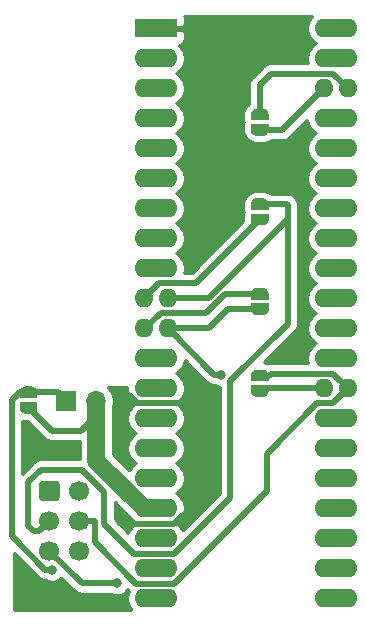
<source format=gbr>
G04 #@! TF.GenerationSoftware,KiCad,Pcbnew,5.1.5+dfsg1-2build2*
G04 #@! TF.CreationDate,2022-03-13T21:19:34-04:00*
G04 #@! TF.ProjectId,vdg_breakout,7664675f-6272-4656-916b-6f75742e6b69,rev?*
G04 #@! TF.SameCoordinates,Original*
G04 #@! TF.FileFunction,Copper,L2,Bot*
G04 #@! TF.FilePolarity,Positive*
%FSLAX46Y46*%
G04 Gerber Fmt 4.6, Leading zero omitted, Abs format (unit mm)*
G04 Created by KiCad (PCBNEW 5.1.5+dfsg1-2build2) date 2022-03-13 21:19:34*
%MOMM*%
%LPD*%
G04 APERTURE LIST*
%ADD10R,1.600000X1.600000*%
%ADD11O,1.600000X1.600000*%
%ADD12C,0.100000*%
%ADD13C,1.700000*%
%ADD14R,1.700000X1.700000*%
%ADD15O,1.700000X1.700000*%
%ADD16C,0.800000*%
%ADD17C,1.500000*%
%ADD18C,0.500000*%
%ADD19C,0.254000*%
G04 APERTURE END LIST*
D10*
X125000001Y-60625001D03*
D11*
X140240001Y-108885001D03*
X125000001Y-63165001D03*
X140240001Y-106345001D03*
X125000001Y-65705001D03*
X140240001Y-103805001D03*
X125000001Y-68245001D03*
X140240001Y-101265001D03*
X125000001Y-70785001D03*
X140240001Y-98725001D03*
X125000001Y-73325001D03*
X140240001Y-96185001D03*
X125000001Y-75865001D03*
X140240001Y-93645001D03*
X125000001Y-78405001D03*
X140240001Y-91105001D03*
X125000001Y-80945001D03*
X140240001Y-88565001D03*
X125000001Y-83485001D03*
X140240001Y-86025001D03*
X125000001Y-86025001D03*
X140240001Y-83485001D03*
X125000001Y-88565001D03*
X140240001Y-80945001D03*
X125000001Y-91105001D03*
X140240001Y-78405001D03*
X125000001Y-93645001D03*
X140240001Y-75865001D03*
X125000001Y-96185001D03*
X140240001Y-73325001D03*
X125000001Y-98725001D03*
X140240001Y-70785001D03*
X125000001Y-101265001D03*
X140240001Y-68245001D03*
X125000001Y-103805001D03*
X140240001Y-65705001D03*
X125000001Y-106345001D03*
X140240001Y-63165001D03*
X125000001Y-108885001D03*
X140240001Y-60625001D03*
X138215000Y-60625001D03*
X122975000Y-108885001D03*
X138215000Y-63165001D03*
X122975000Y-106345001D03*
X138215000Y-65705001D03*
X122975000Y-103805001D03*
X138215000Y-68245001D03*
X122975000Y-101265001D03*
X138215000Y-70785001D03*
X122975000Y-98725001D03*
X138215000Y-73325001D03*
X122975000Y-96185001D03*
X138215000Y-75865001D03*
X122975000Y-93645001D03*
X138215000Y-78405001D03*
X122975000Y-91105001D03*
X138215000Y-80945001D03*
X122975000Y-88565001D03*
X138215000Y-83485001D03*
X122975000Y-86025001D03*
X138215000Y-86025001D03*
X122975000Y-83485001D03*
X138215000Y-88565001D03*
X122975000Y-80945001D03*
X138215000Y-91105001D03*
X122975000Y-78405001D03*
X138215000Y-93645001D03*
X122975000Y-75865001D03*
X138215000Y-96185001D03*
X122975000Y-73325001D03*
X138215000Y-98725001D03*
X122975000Y-70785001D03*
X138215000Y-101265001D03*
X122975000Y-68245001D03*
X138215000Y-103805001D03*
X122975000Y-65705001D03*
X138215000Y-106345001D03*
X122975000Y-63165001D03*
X138215000Y-108885001D03*
D10*
X122975000Y-60625001D03*
G04 #@! TA.AperFunction,ComponentPad*
D12*
G36*
X115599504Y-98951204D02*
G01*
X115623773Y-98954804D01*
X115647571Y-98960765D01*
X115670671Y-98969030D01*
X115692849Y-98979520D01*
X115713893Y-98992133D01*
X115733598Y-99006747D01*
X115751777Y-99023223D01*
X115768253Y-99041402D01*
X115782867Y-99061107D01*
X115795480Y-99082151D01*
X115805970Y-99104329D01*
X115814235Y-99127429D01*
X115820196Y-99151227D01*
X115823796Y-99175496D01*
X115825000Y-99200000D01*
X115825000Y-100400000D01*
X115823796Y-100424504D01*
X115820196Y-100448773D01*
X115814235Y-100472571D01*
X115805970Y-100495671D01*
X115795480Y-100517849D01*
X115782867Y-100538893D01*
X115768253Y-100558598D01*
X115751777Y-100576777D01*
X115733598Y-100593253D01*
X115713893Y-100607867D01*
X115692849Y-100620480D01*
X115670671Y-100630970D01*
X115647571Y-100639235D01*
X115623773Y-100645196D01*
X115599504Y-100648796D01*
X115575000Y-100650000D01*
X114375000Y-100650000D01*
X114350496Y-100648796D01*
X114326227Y-100645196D01*
X114302429Y-100639235D01*
X114279329Y-100630970D01*
X114257151Y-100620480D01*
X114236107Y-100607867D01*
X114216402Y-100593253D01*
X114198223Y-100576777D01*
X114181747Y-100558598D01*
X114167133Y-100538893D01*
X114154520Y-100517849D01*
X114144030Y-100495671D01*
X114135765Y-100472571D01*
X114129804Y-100448773D01*
X114126204Y-100424504D01*
X114125000Y-100400000D01*
X114125000Y-99200000D01*
X114126204Y-99175496D01*
X114129804Y-99151227D01*
X114135765Y-99127429D01*
X114144030Y-99104329D01*
X114154520Y-99082151D01*
X114167133Y-99061107D01*
X114181747Y-99041402D01*
X114198223Y-99023223D01*
X114216402Y-99006747D01*
X114236107Y-98992133D01*
X114257151Y-98979520D01*
X114279329Y-98969030D01*
X114302429Y-98960765D01*
X114326227Y-98954804D01*
X114350496Y-98951204D01*
X114375000Y-98950000D01*
X115575000Y-98950000D01*
X115599504Y-98951204D01*
G37*
G04 #@! TD.AperFunction*
D13*
X114975000Y-102340000D03*
X114975000Y-104880000D03*
X117515000Y-99800000D03*
X117515000Y-102340000D03*
X117515000Y-104880000D03*
G04 #@! TA.AperFunction,SMDPad,CuDef*
D12*
G36*
X113950000Y-92250000D02*
G01*
X113950000Y-92750000D01*
X113949398Y-92750000D01*
X113949398Y-92774534D01*
X113944588Y-92823365D01*
X113935016Y-92871490D01*
X113920772Y-92918445D01*
X113901995Y-92963778D01*
X113878864Y-93007051D01*
X113851604Y-93047850D01*
X113820476Y-93085779D01*
X113785779Y-93120476D01*
X113747850Y-93151604D01*
X113707051Y-93178864D01*
X113663778Y-93201995D01*
X113618445Y-93220772D01*
X113571490Y-93235016D01*
X113523365Y-93244588D01*
X113474534Y-93249398D01*
X113450000Y-93249398D01*
X113450000Y-93250000D01*
X112950000Y-93250000D01*
X112950000Y-93249398D01*
X112925466Y-93249398D01*
X112876635Y-93244588D01*
X112828510Y-93235016D01*
X112781555Y-93220772D01*
X112736222Y-93201995D01*
X112692949Y-93178864D01*
X112652150Y-93151604D01*
X112614221Y-93120476D01*
X112579524Y-93085779D01*
X112548396Y-93047850D01*
X112521136Y-93007051D01*
X112498005Y-92963778D01*
X112479228Y-92918445D01*
X112464984Y-92871490D01*
X112455412Y-92823365D01*
X112450602Y-92774534D01*
X112450602Y-92750000D01*
X112450000Y-92750000D01*
X112450000Y-92250000D01*
X113950000Y-92250000D01*
G37*
G04 #@! TD.AperFunction*
G04 #@! TA.AperFunction,SMDPad,CuDef*
G36*
X112450602Y-91450000D02*
G01*
X112450602Y-91425466D01*
X112455412Y-91376635D01*
X112464984Y-91328510D01*
X112479228Y-91281555D01*
X112498005Y-91236222D01*
X112521136Y-91192949D01*
X112548396Y-91152150D01*
X112579524Y-91114221D01*
X112614221Y-91079524D01*
X112652150Y-91048396D01*
X112692949Y-91021136D01*
X112736222Y-90998005D01*
X112781555Y-90979228D01*
X112828510Y-90964984D01*
X112876635Y-90955412D01*
X112925466Y-90950602D01*
X112950000Y-90950602D01*
X112950000Y-90950000D01*
X113450000Y-90950000D01*
X113450000Y-90950602D01*
X113474534Y-90950602D01*
X113523365Y-90955412D01*
X113571490Y-90964984D01*
X113618445Y-90979228D01*
X113663778Y-90998005D01*
X113707051Y-91021136D01*
X113747850Y-91048396D01*
X113785779Y-91079524D01*
X113820476Y-91114221D01*
X113851604Y-91152150D01*
X113878864Y-91192949D01*
X113901995Y-91236222D01*
X113920772Y-91281555D01*
X113935016Y-91328510D01*
X113944588Y-91376635D01*
X113949398Y-91425466D01*
X113949398Y-91450000D01*
X113950000Y-91450000D01*
X113950000Y-91950000D01*
X112450000Y-91950000D01*
X112450000Y-91450000D01*
X112450602Y-91450000D01*
G37*
G04 #@! TD.AperFunction*
G04 #@! TA.AperFunction,SMDPad,CuDef*
G36*
X132025602Y-90025000D02*
G01*
X132025602Y-90000466D01*
X132030412Y-89951635D01*
X132039984Y-89903510D01*
X132054228Y-89856555D01*
X132073005Y-89811222D01*
X132096136Y-89767949D01*
X132123396Y-89727150D01*
X132154524Y-89689221D01*
X132189221Y-89654524D01*
X132227150Y-89623396D01*
X132267949Y-89596136D01*
X132311222Y-89573005D01*
X132356555Y-89554228D01*
X132403510Y-89539984D01*
X132451635Y-89530412D01*
X132500466Y-89525602D01*
X132525000Y-89525602D01*
X132525000Y-89525000D01*
X133025000Y-89525000D01*
X133025000Y-89525602D01*
X133049534Y-89525602D01*
X133098365Y-89530412D01*
X133146490Y-89539984D01*
X133193445Y-89554228D01*
X133238778Y-89573005D01*
X133282051Y-89596136D01*
X133322850Y-89623396D01*
X133360779Y-89654524D01*
X133395476Y-89689221D01*
X133426604Y-89727150D01*
X133453864Y-89767949D01*
X133476995Y-89811222D01*
X133495772Y-89856555D01*
X133510016Y-89903510D01*
X133519588Y-89951635D01*
X133524398Y-90000466D01*
X133524398Y-90025000D01*
X133525000Y-90025000D01*
X133525000Y-90525000D01*
X132025000Y-90525000D01*
X132025000Y-90025000D01*
X132025602Y-90025000D01*
G37*
G04 #@! TD.AperFunction*
G04 #@! TA.AperFunction,SMDPad,CuDef*
G36*
X133525000Y-90825000D02*
G01*
X133525000Y-91325000D01*
X133524398Y-91325000D01*
X133524398Y-91349534D01*
X133519588Y-91398365D01*
X133510016Y-91446490D01*
X133495772Y-91493445D01*
X133476995Y-91538778D01*
X133453864Y-91582051D01*
X133426604Y-91622850D01*
X133395476Y-91660779D01*
X133360779Y-91695476D01*
X133322850Y-91726604D01*
X133282051Y-91753864D01*
X133238778Y-91776995D01*
X133193445Y-91795772D01*
X133146490Y-91810016D01*
X133098365Y-91819588D01*
X133049534Y-91824398D01*
X133025000Y-91824398D01*
X133025000Y-91825000D01*
X132525000Y-91825000D01*
X132525000Y-91824398D01*
X132500466Y-91824398D01*
X132451635Y-91819588D01*
X132403510Y-91810016D01*
X132356555Y-91795772D01*
X132311222Y-91776995D01*
X132267949Y-91753864D01*
X132227150Y-91726604D01*
X132189221Y-91695476D01*
X132154524Y-91660779D01*
X132123396Y-91622850D01*
X132096136Y-91582051D01*
X132073005Y-91538778D01*
X132054228Y-91493445D01*
X132039984Y-91446490D01*
X132030412Y-91398365D01*
X132025602Y-91349534D01*
X132025602Y-91325000D01*
X132025000Y-91325000D01*
X132025000Y-90825000D01*
X133525000Y-90825000D01*
G37*
G04 #@! TD.AperFunction*
G04 #@! TA.AperFunction,SMDPad,CuDef*
G36*
X133525000Y-76312500D02*
G01*
X133525000Y-76812500D01*
X133524398Y-76812500D01*
X133524398Y-76837034D01*
X133519588Y-76885865D01*
X133510016Y-76933990D01*
X133495772Y-76980945D01*
X133476995Y-77026278D01*
X133453864Y-77069551D01*
X133426604Y-77110350D01*
X133395476Y-77148279D01*
X133360779Y-77182976D01*
X133322850Y-77214104D01*
X133282051Y-77241364D01*
X133238778Y-77264495D01*
X133193445Y-77283272D01*
X133146490Y-77297516D01*
X133098365Y-77307088D01*
X133049534Y-77311898D01*
X133025000Y-77311898D01*
X133025000Y-77312500D01*
X132525000Y-77312500D01*
X132525000Y-77311898D01*
X132500466Y-77311898D01*
X132451635Y-77307088D01*
X132403510Y-77297516D01*
X132356555Y-77283272D01*
X132311222Y-77264495D01*
X132267949Y-77241364D01*
X132227150Y-77214104D01*
X132189221Y-77182976D01*
X132154524Y-77148279D01*
X132123396Y-77110350D01*
X132096136Y-77069551D01*
X132073005Y-77026278D01*
X132054228Y-76980945D01*
X132039984Y-76933990D01*
X132030412Y-76885865D01*
X132025602Y-76837034D01*
X132025602Y-76812500D01*
X132025000Y-76812500D01*
X132025000Y-76312500D01*
X133525000Y-76312500D01*
G37*
G04 #@! TD.AperFunction*
G04 #@! TA.AperFunction,SMDPad,CuDef*
G36*
X132025602Y-75512500D02*
G01*
X132025602Y-75487966D01*
X132030412Y-75439135D01*
X132039984Y-75391010D01*
X132054228Y-75344055D01*
X132073005Y-75298722D01*
X132096136Y-75255449D01*
X132123396Y-75214650D01*
X132154524Y-75176721D01*
X132189221Y-75142024D01*
X132227150Y-75110896D01*
X132267949Y-75083636D01*
X132311222Y-75060505D01*
X132356555Y-75041728D01*
X132403510Y-75027484D01*
X132451635Y-75017912D01*
X132500466Y-75013102D01*
X132525000Y-75013102D01*
X132525000Y-75012500D01*
X133025000Y-75012500D01*
X133025000Y-75013102D01*
X133049534Y-75013102D01*
X133098365Y-75017912D01*
X133146490Y-75027484D01*
X133193445Y-75041728D01*
X133238778Y-75060505D01*
X133282051Y-75083636D01*
X133322850Y-75110896D01*
X133360779Y-75142024D01*
X133395476Y-75176721D01*
X133426604Y-75214650D01*
X133453864Y-75255449D01*
X133476995Y-75298722D01*
X133495772Y-75344055D01*
X133510016Y-75391010D01*
X133519588Y-75439135D01*
X133524398Y-75487966D01*
X133524398Y-75512500D01*
X133525000Y-75512500D01*
X133525000Y-76012500D01*
X132025000Y-76012500D01*
X132025000Y-75512500D01*
X132025602Y-75512500D01*
G37*
G04 #@! TD.AperFunction*
G04 #@! TA.AperFunction,SMDPad,CuDef*
G36*
X133525000Y-68725000D02*
G01*
X133525000Y-69225000D01*
X133524398Y-69225000D01*
X133524398Y-69249534D01*
X133519588Y-69298365D01*
X133510016Y-69346490D01*
X133495772Y-69393445D01*
X133476995Y-69438778D01*
X133453864Y-69482051D01*
X133426604Y-69522850D01*
X133395476Y-69560779D01*
X133360779Y-69595476D01*
X133322850Y-69626604D01*
X133282051Y-69653864D01*
X133238778Y-69676995D01*
X133193445Y-69695772D01*
X133146490Y-69710016D01*
X133098365Y-69719588D01*
X133049534Y-69724398D01*
X133025000Y-69724398D01*
X133025000Y-69725000D01*
X132525000Y-69725000D01*
X132525000Y-69724398D01*
X132500466Y-69724398D01*
X132451635Y-69719588D01*
X132403510Y-69710016D01*
X132356555Y-69695772D01*
X132311222Y-69676995D01*
X132267949Y-69653864D01*
X132227150Y-69626604D01*
X132189221Y-69595476D01*
X132154524Y-69560779D01*
X132123396Y-69522850D01*
X132096136Y-69482051D01*
X132073005Y-69438778D01*
X132054228Y-69393445D01*
X132039984Y-69346490D01*
X132030412Y-69298365D01*
X132025602Y-69249534D01*
X132025602Y-69225000D01*
X132025000Y-69225000D01*
X132025000Y-68725000D01*
X133525000Y-68725000D01*
G37*
G04 #@! TD.AperFunction*
G04 #@! TA.AperFunction,SMDPad,CuDef*
G36*
X132025602Y-67925000D02*
G01*
X132025602Y-67900466D01*
X132030412Y-67851635D01*
X132039984Y-67803510D01*
X132054228Y-67756555D01*
X132073005Y-67711222D01*
X132096136Y-67667949D01*
X132123396Y-67627150D01*
X132154524Y-67589221D01*
X132189221Y-67554524D01*
X132227150Y-67523396D01*
X132267949Y-67496136D01*
X132311222Y-67473005D01*
X132356555Y-67454228D01*
X132403510Y-67439984D01*
X132451635Y-67430412D01*
X132500466Y-67425602D01*
X132525000Y-67425602D01*
X132525000Y-67425000D01*
X133025000Y-67425000D01*
X133025000Y-67425602D01*
X133049534Y-67425602D01*
X133098365Y-67430412D01*
X133146490Y-67439984D01*
X133193445Y-67454228D01*
X133238778Y-67473005D01*
X133282051Y-67496136D01*
X133322850Y-67523396D01*
X133360779Y-67554524D01*
X133395476Y-67589221D01*
X133426604Y-67627150D01*
X133453864Y-67667949D01*
X133476995Y-67711222D01*
X133495772Y-67756555D01*
X133510016Y-67803510D01*
X133519588Y-67851635D01*
X133524398Y-67900466D01*
X133524398Y-67925000D01*
X133525000Y-67925000D01*
X133525000Y-68425000D01*
X132025000Y-68425000D01*
X132025000Y-67925000D01*
X132025602Y-67925000D01*
G37*
G04 #@! TD.AperFunction*
G04 #@! TA.AperFunction,SMDPad,CuDef*
G36*
X133524398Y-84400000D02*
G01*
X133524398Y-84424534D01*
X133519588Y-84473365D01*
X133510016Y-84521490D01*
X133495772Y-84568445D01*
X133476995Y-84613778D01*
X133453864Y-84657051D01*
X133426604Y-84697850D01*
X133395476Y-84735779D01*
X133360779Y-84770476D01*
X133322850Y-84801604D01*
X133282051Y-84828864D01*
X133238778Y-84851995D01*
X133193445Y-84870772D01*
X133146490Y-84885016D01*
X133098365Y-84894588D01*
X133049534Y-84899398D01*
X133025000Y-84899398D01*
X133025000Y-84900000D01*
X132525000Y-84900000D01*
X132525000Y-84899398D01*
X132500466Y-84899398D01*
X132451635Y-84894588D01*
X132403510Y-84885016D01*
X132356555Y-84870772D01*
X132311222Y-84851995D01*
X132267949Y-84828864D01*
X132227150Y-84801604D01*
X132189221Y-84770476D01*
X132154524Y-84735779D01*
X132123396Y-84697850D01*
X132096136Y-84657051D01*
X132073005Y-84613778D01*
X132054228Y-84568445D01*
X132039984Y-84521490D01*
X132030412Y-84473365D01*
X132025602Y-84424534D01*
X132025602Y-84400000D01*
X132025000Y-84400000D01*
X132025000Y-83900000D01*
X133525000Y-83900000D01*
X133525000Y-84400000D01*
X133524398Y-84400000D01*
G37*
G04 #@! TD.AperFunction*
G04 #@! TA.AperFunction,SMDPad,CuDef*
G36*
X132025000Y-83600000D02*
G01*
X132025000Y-83100000D01*
X132025602Y-83100000D01*
X132025602Y-83075466D01*
X132030412Y-83026635D01*
X132039984Y-82978510D01*
X132054228Y-82931555D01*
X132073005Y-82886222D01*
X132096136Y-82842949D01*
X132123396Y-82802150D01*
X132154524Y-82764221D01*
X132189221Y-82729524D01*
X132227150Y-82698396D01*
X132267949Y-82671136D01*
X132311222Y-82648005D01*
X132356555Y-82629228D01*
X132403510Y-82614984D01*
X132451635Y-82605412D01*
X132500466Y-82600602D01*
X132525000Y-82600602D01*
X132525000Y-82600000D01*
X133025000Y-82600000D01*
X133025000Y-82600602D01*
X133049534Y-82600602D01*
X133098365Y-82605412D01*
X133146490Y-82614984D01*
X133193445Y-82629228D01*
X133238778Y-82648005D01*
X133282051Y-82671136D01*
X133322850Y-82698396D01*
X133360779Y-82729524D01*
X133395476Y-82764221D01*
X133426604Y-82802150D01*
X133453864Y-82842949D01*
X133476995Y-82886222D01*
X133495772Y-82931555D01*
X133510016Y-82978510D01*
X133519588Y-83026635D01*
X133524398Y-83075466D01*
X133524398Y-83100000D01*
X133525000Y-83100000D01*
X133525000Y-83600000D01*
X132025000Y-83600000D01*
G37*
G04 #@! TD.AperFunction*
D14*
X116400000Y-92175000D03*
D15*
X118940000Y-92175000D03*
D16*
X135325000Y-71950000D03*
X135525000Y-74350000D03*
X135775000Y-87050000D03*
X128525000Y-95450000D03*
X121000000Y-91650000D03*
X126325000Y-89800000D03*
X113675000Y-108925000D03*
X115200000Y-96300000D03*
X121025000Y-102400000D03*
X115200000Y-106450000D03*
X120679998Y-107595002D03*
X129500000Y-89950000D03*
D17*
X122975000Y-60625001D02*
X125000001Y-60625001D01*
D18*
X128525000Y-94884315D02*
X128525000Y-95450000D01*
X122394997Y-92375000D02*
X126015685Y-92375000D01*
X126015685Y-92375000D02*
X128525000Y-94884315D01*
X121669997Y-91650000D02*
X122394997Y-92375000D01*
X121000000Y-91650000D02*
X121669997Y-91650000D01*
X128525000Y-96015685D02*
X128525000Y-95450000D01*
X128525000Y-99590004D02*
X128525000Y-96015685D01*
X125560004Y-102555000D02*
X128525000Y-99590004D01*
X121745685Y-102555000D02*
X125560004Y-102555000D01*
X121590685Y-102400000D02*
X121745685Y-102555000D01*
X121025000Y-102400000D02*
X121590685Y-102400000D01*
D17*
X138215000Y-108885001D02*
X140240001Y-108885001D01*
X122975000Y-63165001D02*
X125000001Y-63165001D01*
X138215000Y-106345001D02*
X140240001Y-106345001D01*
X122975000Y-65705001D02*
X125000001Y-65705001D01*
X138215000Y-103805001D02*
X140240001Y-103805001D01*
X122975000Y-68245001D02*
X125000001Y-68245001D01*
X138215000Y-101265001D02*
X140240001Y-101265001D01*
X122975000Y-70785001D02*
X125000001Y-70785001D01*
X138215000Y-98725001D02*
X140240001Y-98725001D01*
X122975000Y-73325001D02*
X125000001Y-73325001D01*
X138215000Y-96185001D02*
X140240001Y-96185001D01*
X125000001Y-75865001D02*
X122975000Y-75865001D01*
X138215000Y-93645001D02*
X140240001Y-93645001D01*
X122975000Y-78405001D02*
X125000001Y-78405001D01*
D18*
X139440002Y-90305002D02*
X140240001Y-91105001D01*
X138990000Y-89855000D02*
X139440002Y-90305002D01*
X133692592Y-89855000D02*
X138990000Y-89855000D01*
X133522592Y-90025000D02*
X133692592Y-89855000D01*
X132775000Y-90025000D02*
X133522592Y-90025000D01*
X139440002Y-91905000D02*
X140240001Y-91105001D01*
X133375000Y-96634999D02*
X137654997Y-92355002D01*
X137654997Y-92355002D02*
X138990000Y-92355002D01*
X133375000Y-99820004D02*
X133375000Y-96634999D01*
X122335000Y-107635000D02*
X125560004Y-107635000D01*
X138990000Y-92355002D02*
X139440002Y-91905000D01*
X118815001Y-104115001D02*
X122335000Y-107635000D01*
X118815001Y-102340000D02*
X118815001Y-104115001D01*
X125560004Y-107635000D02*
X133375000Y-99820004D01*
X117515000Y-102340000D02*
X118815001Y-102340000D01*
D17*
X122975000Y-80945001D02*
X125000001Y-80945001D01*
X138215000Y-88565001D02*
X140240001Y-88565001D01*
D18*
X132320936Y-77266564D02*
X132775000Y-76812500D01*
X127392498Y-82195002D02*
X132320936Y-77266564D01*
X124264999Y-82195002D02*
X127392498Y-82195002D01*
X122975000Y-83485001D02*
X124264999Y-82195002D01*
D17*
X138215000Y-86025001D02*
X140240001Y-86025001D01*
D18*
X129850000Y-83100000D02*
X132775000Y-83100000D01*
X128214998Y-84735002D02*
X129850000Y-83100000D01*
X124400000Y-84735002D02*
X128214998Y-84735002D01*
X124394999Y-84730001D02*
X124400000Y-84735002D01*
X123099999Y-86025001D02*
X124394999Y-84730001D01*
X122975000Y-86025001D02*
X123099999Y-86025001D01*
D17*
X138215000Y-83485001D02*
X140240001Y-83485001D01*
X125000001Y-88565001D02*
X122975000Y-88565001D01*
X138215000Y-80945001D02*
X140240001Y-80945001D01*
X122975000Y-91105001D02*
X125000001Y-91105001D01*
X138215000Y-78405001D02*
X140240001Y-78405001D01*
X125000001Y-93645001D02*
X122975000Y-93645001D01*
X138215000Y-75865001D02*
X140240001Y-75865001D01*
X122975000Y-96185001D02*
X125000001Y-96185001D01*
X138215000Y-73325001D02*
X140240001Y-73325001D01*
X122975000Y-98725001D02*
X125000001Y-98725001D01*
X138215000Y-70785001D02*
X140240001Y-70785001D01*
X118940000Y-97230001D02*
X122975000Y-101265001D01*
X118940000Y-92175000D02*
X118940000Y-97230001D01*
X122975000Y-101265001D02*
X125000001Y-101265001D01*
D18*
X118940000Y-93377081D02*
X117617081Y-94700000D01*
X118940000Y-92175000D02*
X118940000Y-93377081D01*
X115150000Y-94700000D02*
X113200000Y-92750000D01*
X117617081Y-94700000D02*
X115150000Y-94700000D01*
D17*
X138215000Y-68245001D02*
X140240001Y-68245001D01*
X122975000Y-103805001D02*
X125000001Y-103805001D01*
D18*
X134695001Y-69225000D02*
X132775000Y-69225000D01*
X138215000Y-65705001D02*
X134695001Y-69225000D01*
D17*
X122975000Y-106345001D02*
X125000001Y-106345001D01*
X138215000Y-63165001D02*
X140240001Y-63165001D01*
X122975000Y-108885001D02*
X125000001Y-108885001D01*
X138215000Y-60625001D02*
X140240001Y-60625001D01*
D18*
X132994999Y-91105001D02*
X132775000Y-91325000D01*
X138215000Y-91105001D02*
X132994999Y-91105001D01*
X114620998Y-106450000D02*
X111775010Y-103604012D01*
X115200000Y-106450000D02*
X114620998Y-106450000D01*
X112452408Y-91450000D02*
X113200000Y-91450000D01*
X111775010Y-92127398D02*
X112452408Y-91450000D01*
X111775010Y-103604012D02*
X111775010Y-92127398D01*
X115675000Y-91450000D02*
X113200000Y-91450000D01*
X116400000Y-92175000D02*
X115675000Y-91450000D01*
X114610000Y-101975000D02*
X114975000Y-102340000D01*
X135087500Y-75512500D02*
X132775000Y-75512500D01*
X135150000Y-75575000D02*
X135087500Y-75512500D01*
X135150000Y-76810038D02*
X135150000Y-75575000D01*
X128475037Y-83485001D02*
X135150000Y-76810038D01*
X125000001Y-83485001D02*
X128475037Y-83485001D01*
X130300000Y-90483004D02*
X135150000Y-85633004D01*
X113175000Y-102725000D02*
X113175000Y-99075000D01*
X114250000Y-98000000D02*
X117725000Y-98000000D01*
X117725000Y-98000000D02*
X119625000Y-99900000D01*
X114975000Y-102340000D02*
X114125001Y-103189999D01*
X119625000Y-99900000D02*
X119625000Y-102575000D01*
X119625000Y-102575000D02*
X122145000Y-105095000D01*
X113175000Y-99075000D02*
X114250000Y-98000000D01*
X130300000Y-100355004D02*
X130300000Y-90483004D01*
X114125001Y-103189999D02*
X113639999Y-103189999D01*
X135150000Y-85633004D02*
X135150000Y-76810038D01*
X113639999Y-103189999D02*
X113175000Y-102725000D01*
X125560004Y-105095000D02*
X130300000Y-100355004D01*
X122145000Y-105095000D02*
X125560004Y-105095000D01*
X128500001Y-86025001D02*
X125000001Y-86025001D01*
X128487500Y-86012500D02*
X128500001Y-86025001D01*
X130100000Y-84400000D02*
X128487500Y-86012500D01*
X132775000Y-84400000D02*
X130100000Y-84400000D01*
X128925000Y-89950000D02*
X129500000Y-89950000D01*
X125000001Y-86025001D02*
X128925000Y-89950000D01*
X117690002Y-107595002D02*
X114975000Y-104880000D01*
X120679998Y-107595002D02*
X117690002Y-107595002D01*
X132775000Y-65400000D02*
X132775000Y-67925000D01*
X133720000Y-64455000D02*
X132775000Y-65400000D01*
X138990000Y-64455000D02*
X133720000Y-64455000D01*
X140240001Y-65705001D02*
X138990000Y-64455000D01*
D19*
G36*
X113964468Y-107045049D02*
G01*
X113992181Y-107078817D01*
X114025949Y-107106530D01*
X114025951Y-107106532D01*
X114126939Y-107189411D01*
X114280685Y-107271589D01*
X114447508Y-107322195D01*
X114577521Y-107335000D01*
X114577529Y-107335000D01*
X114620998Y-107339281D01*
X114661921Y-107335251D01*
X114709744Y-107367205D01*
X114898102Y-107445226D01*
X115098061Y-107485000D01*
X115301939Y-107485000D01*
X115501898Y-107445226D01*
X115690256Y-107367205D01*
X115859774Y-107253937D01*
X115978566Y-107135145D01*
X117033472Y-108190051D01*
X117061185Y-108223819D01*
X117094953Y-108251532D01*
X117094955Y-108251534D01*
X117195943Y-108334413D01*
X117349688Y-108416591D01*
X117513974Y-108466427D01*
X117516512Y-108467197D01*
X117646525Y-108480002D01*
X117646533Y-108480002D01*
X117690002Y-108484283D01*
X117733471Y-108480002D01*
X120141544Y-108480002D01*
X120189742Y-108512207D01*
X120378100Y-108590228D01*
X120578059Y-108630002D01*
X120781937Y-108630002D01*
X120981896Y-108590228D01*
X121170254Y-108512207D01*
X121339772Y-108398939D01*
X121483935Y-108254776D01*
X121571759Y-108123338D01*
X121678470Y-108230049D01*
X121688165Y-108241862D01*
X121595147Y-108466427D01*
X121540000Y-108743666D01*
X121540000Y-109026336D01*
X121595147Y-109303575D01*
X121703320Y-109564728D01*
X121860363Y-109799760D01*
X121900603Y-109840000D01*
X111960000Y-109840000D01*
X111960000Y-105040580D01*
X113964468Y-107045049D01*
G37*
X113964468Y-107045049D02*
X113992181Y-107078817D01*
X114025949Y-107106530D01*
X114025951Y-107106532D01*
X114126939Y-107189411D01*
X114280685Y-107271589D01*
X114447508Y-107322195D01*
X114577521Y-107335000D01*
X114577529Y-107335000D01*
X114620998Y-107339281D01*
X114661921Y-107335251D01*
X114709744Y-107367205D01*
X114898102Y-107445226D01*
X115098061Y-107485000D01*
X115301939Y-107485000D01*
X115501898Y-107445226D01*
X115690256Y-107367205D01*
X115859774Y-107253937D01*
X115978566Y-107135145D01*
X117033472Y-108190051D01*
X117061185Y-108223819D01*
X117094953Y-108251532D01*
X117094955Y-108251534D01*
X117195943Y-108334413D01*
X117349688Y-108416591D01*
X117513974Y-108466427D01*
X117516512Y-108467197D01*
X117646525Y-108480002D01*
X117646533Y-108480002D01*
X117690002Y-108484283D01*
X117733471Y-108480002D01*
X120141544Y-108480002D01*
X120189742Y-108512207D01*
X120378100Y-108590228D01*
X120578059Y-108630002D01*
X120781937Y-108630002D01*
X120981896Y-108590228D01*
X121170254Y-108512207D01*
X121339772Y-108398939D01*
X121483935Y-108254776D01*
X121571759Y-108123338D01*
X121678470Y-108230049D01*
X121688165Y-108241862D01*
X121595147Y-108466427D01*
X121540000Y-108743666D01*
X121540000Y-109026336D01*
X121595147Y-109303575D01*
X121703320Y-109564728D01*
X121860363Y-109799760D01*
X121900603Y-109840000D01*
X111960000Y-109840000D01*
X111960000Y-105040580D01*
X113964468Y-107045049D01*
G36*
X121717977Y-101966664D02*
G01*
X121860363Y-102179760D01*
X122060241Y-102379638D01*
X122292759Y-102535001D01*
X122060241Y-102690364D01*
X121860363Y-102890242D01*
X121703320Y-103125274D01*
X121622345Y-103320766D01*
X120510000Y-102208422D01*
X120510000Y-100758687D01*
X121717977Y-101966664D01*
G37*
X121717977Y-101966664D02*
X121860363Y-102179760D01*
X122060241Y-102379638D01*
X122292759Y-102535001D01*
X122060241Y-102690364D01*
X121860363Y-102890242D01*
X121703320Y-103125274D01*
X121622345Y-103320766D01*
X120510000Y-102208422D01*
X120510000Y-100758687D01*
X121717977Y-101966664D01*
G36*
X128268470Y-90545049D02*
G01*
X128296183Y-90578817D01*
X128329951Y-90606530D01*
X128329953Y-90606532D01*
X128356613Y-90628411D01*
X128430941Y-90689411D01*
X128584687Y-90771589D01*
X128751510Y-90822195D01*
X128881523Y-90835000D01*
X128881531Y-90835000D01*
X128925000Y-90839281D01*
X128962435Y-90835594D01*
X129009744Y-90867205D01*
X129198102Y-90945226D01*
X129398061Y-90985000D01*
X129415001Y-90985000D01*
X129415000Y-99988425D01*
X126273576Y-103129849D01*
X126271681Y-103125274D01*
X126114638Y-102890242D01*
X125914760Y-102690364D01*
X125682242Y-102535001D01*
X125914760Y-102379638D01*
X126114638Y-102179760D01*
X126271681Y-101944728D01*
X126379854Y-101683575D01*
X126435001Y-101406336D01*
X126435001Y-101123666D01*
X126379854Y-100846427D01*
X126271681Y-100585274D01*
X126114638Y-100350242D01*
X125914760Y-100150364D01*
X125682242Y-99995001D01*
X125914760Y-99839638D01*
X126114638Y-99639760D01*
X126271681Y-99404728D01*
X126379854Y-99143575D01*
X126435001Y-98866336D01*
X126435001Y-98583666D01*
X126379854Y-98306427D01*
X126271681Y-98045274D01*
X126114638Y-97810242D01*
X125914760Y-97610364D01*
X125682242Y-97455001D01*
X125914760Y-97299638D01*
X126114638Y-97099760D01*
X126271681Y-96864728D01*
X126379854Y-96603575D01*
X126435001Y-96326336D01*
X126435001Y-96043666D01*
X126379854Y-95766427D01*
X126271681Y-95505274D01*
X126114638Y-95270242D01*
X125914760Y-95070364D01*
X125682242Y-94915001D01*
X125914760Y-94759638D01*
X126114638Y-94559760D01*
X126271681Y-94324728D01*
X126379854Y-94063575D01*
X126435001Y-93786336D01*
X126435001Y-93503666D01*
X126379854Y-93226427D01*
X126271681Y-92965274D01*
X126114638Y-92730242D01*
X125914760Y-92530364D01*
X125682242Y-92375001D01*
X125914760Y-92219638D01*
X126114638Y-92019760D01*
X126271681Y-91784728D01*
X126379854Y-91523575D01*
X126435001Y-91246336D01*
X126435001Y-90963666D01*
X126379854Y-90686427D01*
X126271681Y-90425274D01*
X126114638Y-90190242D01*
X125914760Y-89990364D01*
X125682242Y-89835001D01*
X125914760Y-89679638D01*
X126114638Y-89479760D01*
X126271681Y-89244728D01*
X126379854Y-88983575D01*
X126434131Y-88710710D01*
X128268470Y-90545049D01*
G37*
X128268470Y-90545049D02*
X128296183Y-90578817D01*
X128329951Y-90606530D01*
X128329953Y-90606532D01*
X128356613Y-90628411D01*
X128430941Y-90689411D01*
X128584687Y-90771589D01*
X128751510Y-90822195D01*
X128881523Y-90835000D01*
X128881531Y-90835000D01*
X128925000Y-90839281D01*
X128962435Y-90835594D01*
X129009744Y-90867205D01*
X129198102Y-90945226D01*
X129398061Y-90985000D01*
X129415001Y-90985000D01*
X129415000Y-99988425D01*
X126273576Y-103129849D01*
X126271681Y-103125274D01*
X126114638Y-102890242D01*
X125914760Y-102690364D01*
X125682242Y-102535001D01*
X125914760Y-102379638D01*
X126114638Y-102179760D01*
X126271681Y-101944728D01*
X126379854Y-101683575D01*
X126435001Y-101406336D01*
X126435001Y-101123666D01*
X126379854Y-100846427D01*
X126271681Y-100585274D01*
X126114638Y-100350242D01*
X125914760Y-100150364D01*
X125682242Y-99995001D01*
X125914760Y-99839638D01*
X126114638Y-99639760D01*
X126271681Y-99404728D01*
X126379854Y-99143575D01*
X126435001Y-98866336D01*
X126435001Y-98583666D01*
X126379854Y-98306427D01*
X126271681Y-98045274D01*
X126114638Y-97810242D01*
X125914760Y-97610364D01*
X125682242Y-97455001D01*
X125914760Y-97299638D01*
X126114638Y-97099760D01*
X126271681Y-96864728D01*
X126379854Y-96603575D01*
X126435001Y-96326336D01*
X126435001Y-96043666D01*
X126379854Y-95766427D01*
X126271681Y-95505274D01*
X126114638Y-95270242D01*
X125914760Y-95070364D01*
X125682242Y-94915001D01*
X125914760Y-94759638D01*
X126114638Y-94559760D01*
X126271681Y-94324728D01*
X126379854Y-94063575D01*
X126435001Y-93786336D01*
X126435001Y-93503666D01*
X126379854Y-93226427D01*
X126271681Y-92965274D01*
X126114638Y-92730242D01*
X125914760Y-92530364D01*
X125682242Y-92375001D01*
X125914760Y-92219638D01*
X126114638Y-92019760D01*
X126271681Y-91784728D01*
X126379854Y-91523575D01*
X126435001Y-91246336D01*
X126435001Y-90963666D01*
X126379854Y-90686427D01*
X126271681Y-90425274D01*
X126114638Y-90190242D01*
X125914760Y-89990364D01*
X125682242Y-89835001D01*
X125914760Y-89679638D01*
X126114638Y-89479760D01*
X126271681Y-89244728D01*
X126379854Y-88983575D01*
X126434131Y-88710710D01*
X128268470Y-90545049D01*
G36*
X115102000Y-99673000D02*
G01*
X115122000Y-99673000D01*
X115122000Y-99927000D01*
X115102000Y-99927000D01*
X115102000Y-99947000D01*
X114848000Y-99947000D01*
X114848000Y-99927000D01*
X114828000Y-99927000D01*
X114828000Y-99673000D01*
X114848000Y-99673000D01*
X114848000Y-99653000D01*
X115102000Y-99653000D01*
X115102000Y-99673000D01*
G37*
X115102000Y-99673000D02*
X115122000Y-99673000D01*
X115122000Y-99927000D01*
X115102000Y-99927000D01*
X115102000Y-99947000D01*
X114848000Y-99947000D01*
X114848000Y-99927000D01*
X114828000Y-99927000D01*
X114828000Y-99673000D01*
X114848000Y-99673000D01*
X114848000Y-99653000D01*
X115102000Y-99653000D01*
X115102000Y-99673000D01*
G36*
X112680377Y-93854282D02*
G01*
X112776510Y-93873404D01*
X112900991Y-93885664D01*
X112925550Y-93885664D01*
X112950000Y-93888072D01*
X113086494Y-93888072D01*
X114493470Y-95295049D01*
X114521183Y-95328817D01*
X114554951Y-95356530D01*
X114554953Y-95356532D01*
X114622313Y-95411813D01*
X114655941Y-95439411D01*
X114809687Y-95521589D01*
X114976510Y-95572195D01*
X115106523Y-95585000D01*
X115106533Y-95585000D01*
X115149999Y-95589281D01*
X115193465Y-95585000D01*
X117555001Y-95585000D01*
X117555001Y-97115000D01*
X114293469Y-97115000D01*
X114250000Y-97110719D01*
X114206531Y-97115000D01*
X114206523Y-97115000D01*
X114076510Y-97127805D01*
X113909686Y-97178411D01*
X113755941Y-97260589D01*
X113654953Y-97343468D01*
X113654951Y-97343470D01*
X113621183Y-97371183D01*
X113593470Y-97404951D01*
X112660010Y-98338412D01*
X112660010Y-93848104D01*
X112680377Y-93854282D01*
G37*
X112680377Y-93854282D02*
X112776510Y-93873404D01*
X112900991Y-93885664D01*
X112925550Y-93885664D01*
X112950000Y-93888072D01*
X113086494Y-93888072D01*
X114493470Y-95295049D01*
X114521183Y-95328817D01*
X114554951Y-95356530D01*
X114554953Y-95356532D01*
X114622313Y-95411813D01*
X114655941Y-95439411D01*
X114809687Y-95521589D01*
X114976510Y-95572195D01*
X115106523Y-95585000D01*
X115106533Y-95585000D01*
X115149999Y-95589281D01*
X115193465Y-95585000D01*
X117555001Y-95585000D01*
X117555001Y-97115000D01*
X114293469Y-97115000D01*
X114250000Y-97110719D01*
X114206531Y-97115000D01*
X114206523Y-97115000D01*
X114076510Y-97127805D01*
X113909686Y-97178411D01*
X113755941Y-97260589D01*
X113654953Y-97343468D01*
X113654951Y-97343470D01*
X113621183Y-97371183D01*
X113593470Y-97404951D01*
X112660010Y-98338412D01*
X112660010Y-93848104D01*
X112680377Y-93854282D01*
G36*
X121540000Y-91246336D02*
G01*
X121595147Y-91523575D01*
X121703320Y-91784728D01*
X121860363Y-92019760D01*
X122060241Y-92219638D01*
X122292759Y-92375001D01*
X122060241Y-92530364D01*
X121860363Y-92730242D01*
X121703320Y-92965274D01*
X121595147Y-93226427D01*
X121540000Y-93503666D01*
X121540000Y-93786336D01*
X121595147Y-94063575D01*
X121703320Y-94324728D01*
X121860363Y-94559760D01*
X122060241Y-94759638D01*
X122292759Y-94915001D01*
X122060241Y-95070364D01*
X121860363Y-95270242D01*
X121703320Y-95505274D01*
X121595147Y-95766427D01*
X121540000Y-96043666D01*
X121540000Y-96326336D01*
X121595147Y-96603575D01*
X121703320Y-96864728D01*
X121860363Y-97099760D01*
X122060241Y-97299638D01*
X122292759Y-97455001D01*
X122060241Y-97610364D01*
X121860363Y-97810242D01*
X121707581Y-98038897D01*
X120325000Y-96656316D01*
X120325000Y-92711805D01*
X120367932Y-92608158D01*
X120425000Y-92321260D01*
X120425000Y-92028740D01*
X120367932Y-91741842D01*
X120255990Y-91471589D01*
X120093475Y-91228368D01*
X119900107Y-91035000D01*
X121392581Y-91035000D01*
X121425000Y-91038193D01*
X121457419Y-91035000D01*
X121540000Y-91026867D01*
X121540000Y-91246336D01*
G37*
X121540000Y-91246336D02*
X121595147Y-91523575D01*
X121703320Y-91784728D01*
X121860363Y-92019760D01*
X122060241Y-92219638D01*
X122292759Y-92375001D01*
X122060241Y-92530364D01*
X121860363Y-92730242D01*
X121703320Y-92965274D01*
X121595147Y-93226427D01*
X121540000Y-93503666D01*
X121540000Y-93786336D01*
X121595147Y-94063575D01*
X121703320Y-94324728D01*
X121860363Y-94559760D01*
X122060241Y-94759638D01*
X122292759Y-94915001D01*
X122060241Y-95070364D01*
X121860363Y-95270242D01*
X121703320Y-95505274D01*
X121595147Y-95766427D01*
X121540000Y-96043666D01*
X121540000Y-96326336D01*
X121595147Y-96603575D01*
X121703320Y-96864728D01*
X121860363Y-97099760D01*
X122060241Y-97299638D01*
X122292759Y-97455001D01*
X122060241Y-97610364D01*
X121860363Y-97810242D01*
X121707581Y-98038897D01*
X120325000Y-96656316D01*
X120325000Y-92711805D01*
X120367932Y-92608158D01*
X120425000Y-92321260D01*
X120425000Y-92028740D01*
X120367932Y-91741842D01*
X120255990Y-91471589D01*
X120093475Y-91228368D01*
X119900107Y-91035000D01*
X121392581Y-91035000D01*
X121425000Y-91038193D01*
X121457419Y-91035000D01*
X121540000Y-91026867D01*
X121540000Y-91246336D01*
G36*
X137100363Y-59710242D02*
G01*
X136943320Y-59945274D01*
X136835147Y-60206427D01*
X136780000Y-60483666D01*
X136780000Y-60766336D01*
X136835147Y-61043575D01*
X136943320Y-61304728D01*
X137100363Y-61539760D01*
X137300241Y-61739638D01*
X137532759Y-61895001D01*
X137300241Y-62050364D01*
X137100363Y-62250242D01*
X136943320Y-62485274D01*
X136835147Y-62746427D01*
X136780000Y-63023666D01*
X136780000Y-63306336D01*
X136832447Y-63570000D01*
X133763469Y-63570000D01*
X133720000Y-63565719D01*
X133676531Y-63570000D01*
X133676523Y-63570000D01*
X133546510Y-63582805D01*
X133379687Y-63633411D01*
X133259630Y-63697582D01*
X133225941Y-63715589D01*
X133124953Y-63798468D01*
X133124951Y-63798470D01*
X133091183Y-63826183D01*
X133063470Y-63859951D01*
X132179956Y-64743466D01*
X132146183Y-64771183D01*
X132035589Y-64905942D01*
X131953411Y-65059688D01*
X131938163Y-65109954D01*
X131907528Y-65210943D01*
X131902805Y-65226511D01*
X131890000Y-65356524D01*
X131890000Y-65356531D01*
X131885719Y-65400000D01*
X131890000Y-65443469D01*
X131890001Y-66983441D01*
X131853309Y-67007958D01*
X131756618Y-67087310D01*
X131687310Y-67156618D01*
X131607958Y-67253309D01*
X131553502Y-67334808D01*
X131494536Y-67445125D01*
X131457027Y-67535681D01*
X131420718Y-67655377D01*
X131401596Y-67751510D01*
X131389336Y-67875991D01*
X131389336Y-67900550D01*
X131386928Y-67925000D01*
X131386928Y-68425000D01*
X131399188Y-68549482D01*
X131406929Y-68575000D01*
X131399188Y-68600518D01*
X131386928Y-68725000D01*
X131386928Y-69225000D01*
X131389336Y-69249450D01*
X131389336Y-69274009D01*
X131401596Y-69398490D01*
X131420718Y-69494623D01*
X131457027Y-69614319D01*
X131494536Y-69704875D01*
X131553502Y-69815192D01*
X131607958Y-69896691D01*
X131687310Y-69993382D01*
X131756618Y-70062690D01*
X131853309Y-70142042D01*
X131934808Y-70196498D01*
X132045125Y-70255464D01*
X132135681Y-70292973D01*
X132255377Y-70329282D01*
X132351510Y-70348404D01*
X132475991Y-70360664D01*
X132500550Y-70360664D01*
X132525000Y-70363072D01*
X133025000Y-70363072D01*
X133049450Y-70360664D01*
X133074009Y-70360664D01*
X133198490Y-70348404D01*
X133294623Y-70329282D01*
X133414319Y-70292973D01*
X133504875Y-70255464D01*
X133615192Y-70196498D01*
X133696691Y-70142042D01*
X133735734Y-70110000D01*
X134651532Y-70110000D01*
X134695001Y-70114281D01*
X134738470Y-70110000D01*
X134738478Y-70110000D01*
X134868491Y-70097195D01*
X135035314Y-70046589D01*
X135189060Y-69964411D01*
X135323818Y-69853817D01*
X135351535Y-69820044D01*
X136780870Y-68390709D01*
X136835147Y-68663575D01*
X136943320Y-68924728D01*
X137100363Y-69159760D01*
X137300241Y-69359638D01*
X137532759Y-69515001D01*
X137300241Y-69670364D01*
X137100363Y-69870242D01*
X136943320Y-70105274D01*
X136835147Y-70366427D01*
X136780000Y-70643666D01*
X136780000Y-70926336D01*
X136835147Y-71203575D01*
X136943320Y-71464728D01*
X137100363Y-71699760D01*
X137300241Y-71899638D01*
X137532759Y-72055001D01*
X137300241Y-72210364D01*
X137100363Y-72410242D01*
X136943320Y-72645274D01*
X136835147Y-72906427D01*
X136780000Y-73183666D01*
X136780000Y-73466336D01*
X136835147Y-73743575D01*
X136943320Y-74004728D01*
X137100363Y-74239760D01*
X137300241Y-74439638D01*
X137532759Y-74595001D01*
X137300241Y-74750364D01*
X137100363Y-74950242D01*
X136943320Y-75185274D01*
X136835147Y-75446427D01*
X136780000Y-75723666D01*
X136780000Y-76006336D01*
X136835147Y-76283575D01*
X136943320Y-76544728D01*
X137100363Y-76779760D01*
X137300241Y-76979638D01*
X137532759Y-77135001D01*
X137300241Y-77290364D01*
X137100363Y-77490242D01*
X136943320Y-77725274D01*
X136835147Y-77986427D01*
X136780000Y-78263666D01*
X136780000Y-78546336D01*
X136835147Y-78823575D01*
X136943320Y-79084728D01*
X137100363Y-79319760D01*
X137300241Y-79519638D01*
X137532759Y-79675001D01*
X137300241Y-79830364D01*
X137100363Y-80030242D01*
X136943320Y-80265274D01*
X136835147Y-80526427D01*
X136780000Y-80803666D01*
X136780000Y-81086336D01*
X136835147Y-81363575D01*
X136943320Y-81624728D01*
X137100363Y-81859760D01*
X137300241Y-82059638D01*
X137532759Y-82215001D01*
X137300241Y-82370364D01*
X137100363Y-82570242D01*
X136943320Y-82805274D01*
X136835147Y-83066427D01*
X136780000Y-83343666D01*
X136780000Y-83626336D01*
X136835147Y-83903575D01*
X136943320Y-84164728D01*
X137100363Y-84399760D01*
X137300241Y-84599638D01*
X137532759Y-84755001D01*
X137300241Y-84910364D01*
X137100363Y-85110242D01*
X136943320Y-85345274D01*
X136835147Y-85606427D01*
X136780000Y-85883666D01*
X136780000Y-86166336D01*
X136835147Y-86443575D01*
X136943320Y-86704728D01*
X137100363Y-86939760D01*
X137300241Y-87139638D01*
X137532759Y-87295001D01*
X137300241Y-87450364D01*
X137100363Y-87650242D01*
X136943320Y-87885274D01*
X136835147Y-88146427D01*
X136780000Y-88423666D01*
X136780000Y-88706336D01*
X136832447Y-88970000D01*
X133736057Y-88970000D01*
X133692591Y-88965719D01*
X133649125Y-88970000D01*
X133649115Y-88970000D01*
X133519102Y-88982805D01*
X133494541Y-88990256D01*
X133414319Y-88957027D01*
X133294623Y-88920718D01*
X133198490Y-88901596D01*
X133138859Y-88895723D01*
X135745051Y-86289532D01*
X135778817Y-86261821D01*
X135841051Y-86185990D01*
X135889411Y-86127063D01*
X135889412Y-86127062D01*
X135971589Y-85973317D01*
X136022195Y-85806494D01*
X136035000Y-85676481D01*
X136035000Y-85676473D01*
X136039281Y-85633004D01*
X136035000Y-85589535D01*
X136035000Y-76853505D01*
X136039281Y-76810039D01*
X136035000Y-76766573D01*
X136035000Y-75618465D01*
X136039281Y-75574999D01*
X136035000Y-75531533D01*
X136035000Y-75531523D01*
X136022195Y-75401510D01*
X135971589Y-75234687D01*
X135889411Y-75080941D01*
X135778817Y-74946183D01*
X135745044Y-74918466D01*
X135744034Y-74917456D01*
X135716317Y-74883683D01*
X135581559Y-74773089D01*
X135427813Y-74690911D01*
X135260990Y-74640305D01*
X135130977Y-74627500D01*
X135130969Y-74627500D01*
X135087500Y-74623219D01*
X135044031Y-74627500D01*
X133735734Y-74627500D01*
X133696691Y-74595458D01*
X133615192Y-74541002D01*
X133504875Y-74482036D01*
X133414319Y-74444527D01*
X133294623Y-74408218D01*
X133198490Y-74389096D01*
X133074009Y-74376836D01*
X133049450Y-74376836D01*
X133025000Y-74374428D01*
X132525000Y-74374428D01*
X132500550Y-74376836D01*
X132475991Y-74376836D01*
X132351510Y-74389096D01*
X132255377Y-74408218D01*
X132135681Y-74444527D01*
X132045125Y-74482036D01*
X131934808Y-74541002D01*
X131853309Y-74595458D01*
X131756618Y-74674810D01*
X131687310Y-74744118D01*
X131607958Y-74840809D01*
X131553502Y-74922308D01*
X131494536Y-75032625D01*
X131457027Y-75123181D01*
X131420718Y-75242877D01*
X131401596Y-75339010D01*
X131389336Y-75463491D01*
X131389336Y-75488050D01*
X131386928Y-75512500D01*
X131386928Y-76012500D01*
X131399188Y-76136982D01*
X131406929Y-76162500D01*
X131399188Y-76188018D01*
X131386928Y-76312500D01*
X131386928Y-76812500D01*
X131389336Y-76836950D01*
X131389336Y-76861509D01*
X131396964Y-76938957D01*
X127025920Y-81310002D01*
X126390510Y-81310002D01*
X126435001Y-81086336D01*
X126435001Y-80803666D01*
X126379854Y-80526427D01*
X126271681Y-80265274D01*
X126114638Y-80030242D01*
X125914760Y-79830364D01*
X125682242Y-79675001D01*
X125914760Y-79519638D01*
X126114638Y-79319760D01*
X126271681Y-79084728D01*
X126379854Y-78823575D01*
X126435001Y-78546336D01*
X126435001Y-78263666D01*
X126379854Y-77986427D01*
X126271681Y-77725274D01*
X126114638Y-77490242D01*
X125914760Y-77290364D01*
X125682242Y-77135001D01*
X125914760Y-76979638D01*
X126114638Y-76779760D01*
X126271681Y-76544728D01*
X126379854Y-76283575D01*
X126435001Y-76006336D01*
X126435001Y-75723666D01*
X126379854Y-75446427D01*
X126271681Y-75185274D01*
X126114638Y-74950242D01*
X125914760Y-74750364D01*
X125682242Y-74595001D01*
X125914760Y-74439638D01*
X126114638Y-74239760D01*
X126271681Y-74004728D01*
X126379854Y-73743575D01*
X126435001Y-73466336D01*
X126435001Y-73183666D01*
X126379854Y-72906427D01*
X126271681Y-72645274D01*
X126114638Y-72410242D01*
X125914760Y-72210364D01*
X125682242Y-72055001D01*
X125914760Y-71899638D01*
X126114638Y-71699760D01*
X126271681Y-71464728D01*
X126379854Y-71203575D01*
X126435001Y-70926336D01*
X126435001Y-70643666D01*
X126379854Y-70366427D01*
X126271681Y-70105274D01*
X126114638Y-69870242D01*
X125914760Y-69670364D01*
X125682242Y-69515001D01*
X125914760Y-69359638D01*
X126114638Y-69159760D01*
X126271681Y-68924728D01*
X126379854Y-68663575D01*
X126435001Y-68386336D01*
X126435001Y-68103666D01*
X126379854Y-67826427D01*
X126271681Y-67565274D01*
X126114638Y-67330242D01*
X125914760Y-67130364D01*
X125682242Y-66975001D01*
X125914760Y-66819638D01*
X126114638Y-66619760D01*
X126271681Y-66384728D01*
X126379854Y-66123575D01*
X126435001Y-65846336D01*
X126435001Y-65563666D01*
X126379854Y-65286427D01*
X126271681Y-65025274D01*
X126114638Y-64790242D01*
X125914760Y-64590364D01*
X125682242Y-64435001D01*
X125914760Y-64279638D01*
X126114638Y-64079760D01*
X126271681Y-63844728D01*
X126379854Y-63583575D01*
X126435001Y-63306336D01*
X126435001Y-63023666D01*
X126379854Y-62746427D01*
X126271681Y-62485274D01*
X126114638Y-62250242D01*
X125916040Y-62051644D01*
X125924483Y-62050813D01*
X126044181Y-62014503D01*
X126154495Y-61955538D01*
X126251186Y-61876186D01*
X126330538Y-61779495D01*
X126389503Y-61669181D01*
X126425813Y-61549483D01*
X126438073Y-61425001D01*
X126435001Y-60910751D01*
X126276251Y-60752001D01*
X125127001Y-60752001D01*
X125127001Y-60772001D01*
X124873001Y-60772001D01*
X124873001Y-60752001D01*
X123102000Y-60752001D01*
X123102000Y-60772001D01*
X122848000Y-60772001D01*
X122848000Y-60752001D01*
X122828000Y-60752001D01*
X122828000Y-60498001D01*
X122848000Y-60498001D01*
X122848000Y-60478001D01*
X123102000Y-60478001D01*
X123102000Y-60498001D01*
X124873001Y-60498001D01*
X124873001Y-60478001D01*
X125127001Y-60478001D01*
X125127001Y-60498001D01*
X126276251Y-60498001D01*
X126435001Y-60339251D01*
X126438073Y-59825001D01*
X126425813Y-59700519D01*
X126398354Y-59610000D01*
X137200605Y-59610000D01*
X137100363Y-59710242D01*
G37*
X137100363Y-59710242D02*
X136943320Y-59945274D01*
X136835147Y-60206427D01*
X136780000Y-60483666D01*
X136780000Y-60766336D01*
X136835147Y-61043575D01*
X136943320Y-61304728D01*
X137100363Y-61539760D01*
X137300241Y-61739638D01*
X137532759Y-61895001D01*
X137300241Y-62050364D01*
X137100363Y-62250242D01*
X136943320Y-62485274D01*
X136835147Y-62746427D01*
X136780000Y-63023666D01*
X136780000Y-63306336D01*
X136832447Y-63570000D01*
X133763469Y-63570000D01*
X133720000Y-63565719D01*
X133676531Y-63570000D01*
X133676523Y-63570000D01*
X133546510Y-63582805D01*
X133379687Y-63633411D01*
X133259630Y-63697582D01*
X133225941Y-63715589D01*
X133124953Y-63798468D01*
X133124951Y-63798470D01*
X133091183Y-63826183D01*
X133063470Y-63859951D01*
X132179956Y-64743466D01*
X132146183Y-64771183D01*
X132035589Y-64905942D01*
X131953411Y-65059688D01*
X131938163Y-65109954D01*
X131907528Y-65210943D01*
X131902805Y-65226511D01*
X131890000Y-65356524D01*
X131890000Y-65356531D01*
X131885719Y-65400000D01*
X131890000Y-65443469D01*
X131890001Y-66983441D01*
X131853309Y-67007958D01*
X131756618Y-67087310D01*
X131687310Y-67156618D01*
X131607958Y-67253309D01*
X131553502Y-67334808D01*
X131494536Y-67445125D01*
X131457027Y-67535681D01*
X131420718Y-67655377D01*
X131401596Y-67751510D01*
X131389336Y-67875991D01*
X131389336Y-67900550D01*
X131386928Y-67925000D01*
X131386928Y-68425000D01*
X131399188Y-68549482D01*
X131406929Y-68575000D01*
X131399188Y-68600518D01*
X131386928Y-68725000D01*
X131386928Y-69225000D01*
X131389336Y-69249450D01*
X131389336Y-69274009D01*
X131401596Y-69398490D01*
X131420718Y-69494623D01*
X131457027Y-69614319D01*
X131494536Y-69704875D01*
X131553502Y-69815192D01*
X131607958Y-69896691D01*
X131687310Y-69993382D01*
X131756618Y-70062690D01*
X131853309Y-70142042D01*
X131934808Y-70196498D01*
X132045125Y-70255464D01*
X132135681Y-70292973D01*
X132255377Y-70329282D01*
X132351510Y-70348404D01*
X132475991Y-70360664D01*
X132500550Y-70360664D01*
X132525000Y-70363072D01*
X133025000Y-70363072D01*
X133049450Y-70360664D01*
X133074009Y-70360664D01*
X133198490Y-70348404D01*
X133294623Y-70329282D01*
X133414319Y-70292973D01*
X133504875Y-70255464D01*
X133615192Y-70196498D01*
X133696691Y-70142042D01*
X133735734Y-70110000D01*
X134651532Y-70110000D01*
X134695001Y-70114281D01*
X134738470Y-70110000D01*
X134738478Y-70110000D01*
X134868491Y-70097195D01*
X135035314Y-70046589D01*
X135189060Y-69964411D01*
X135323818Y-69853817D01*
X135351535Y-69820044D01*
X136780870Y-68390709D01*
X136835147Y-68663575D01*
X136943320Y-68924728D01*
X137100363Y-69159760D01*
X137300241Y-69359638D01*
X137532759Y-69515001D01*
X137300241Y-69670364D01*
X137100363Y-69870242D01*
X136943320Y-70105274D01*
X136835147Y-70366427D01*
X136780000Y-70643666D01*
X136780000Y-70926336D01*
X136835147Y-71203575D01*
X136943320Y-71464728D01*
X137100363Y-71699760D01*
X137300241Y-71899638D01*
X137532759Y-72055001D01*
X137300241Y-72210364D01*
X137100363Y-72410242D01*
X136943320Y-72645274D01*
X136835147Y-72906427D01*
X136780000Y-73183666D01*
X136780000Y-73466336D01*
X136835147Y-73743575D01*
X136943320Y-74004728D01*
X137100363Y-74239760D01*
X137300241Y-74439638D01*
X137532759Y-74595001D01*
X137300241Y-74750364D01*
X137100363Y-74950242D01*
X136943320Y-75185274D01*
X136835147Y-75446427D01*
X136780000Y-75723666D01*
X136780000Y-76006336D01*
X136835147Y-76283575D01*
X136943320Y-76544728D01*
X137100363Y-76779760D01*
X137300241Y-76979638D01*
X137532759Y-77135001D01*
X137300241Y-77290364D01*
X137100363Y-77490242D01*
X136943320Y-77725274D01*
X136835147Y-77986427D01*
X136780000Y-78263666D01*
X136780000Y-78546336D01*
X136835147Y-78823575D01*
X136943320Y-79084728D01*
X137100363Y-79319760D01*
X137300241Y-79519638D01*
X137532759Y-79675001D01*
X137300241Y-79830364D01*
X137100363Y-80030242D01*
X136943320Y-80265274D01*
X136835147Y-80526427D01*
X136780000Y-80803666D01*
X136780000Y-81086336D01*
X136835147Y-81363575D01*
X136943320Y-81624728D01*
X137100363Y-81859760D01*
X137300241Y-82059638D01*
X137532759Y-82215001D01*
X137300241Y-82370364D01*
X137100363Y-82570242D01*
X136943320Y-82805274D01*
X136835147Y-83066427D01*
X136780000Y-83343666D01*
X136780000Y-83626336D01*
X136835147Y-83903575D01*
X136943320Y-84164728D01*
X137100363Y-84399760D01*
X137300241Y-84599638D01*
X137532759Y-84755001D01*
X137300241Y-84910364D01*
X137100363Y-85110242D01*
X136943320Y-85345274D01*
X136835147Y-85606427D01*
X136780000Y-85883666D01*
X136780000Y-86166336D01*
X136835147Y-86443575D01*
X136943320Y-86704728D01*
X137100363Y-86939760D01*
X137300241Y-87139638D01*
X137532759Y-87295001D01*
X137300241Y-87450364D01*
X137100363Y-87650242D01*
X136943320Y-87885274D01*
X136835147Y-88146427D01*
X136780000Y-88423666D01*
X136780000Y-88706336D01*
X136832447Y-88970000D01*
X133736057Y-88970000D01*
X133692591Y-88965719D01*
X133649125Y-88970000D01*
X133649115Y-88970000D01*
X133519102Y-88982805D01*
X133494541Y-88990256D01*
X133414319Y-88957027D01*
X133294623Y-88920718D01*
X133198490Y-88901596D01*
X133138859Y-88895723D01*
X135745051Y-86289532D01*
X135778817Y-86261821D01*
X135841051Y-86185990D01*
X135889411Y-86127063D01*
X135889412Y-86127062D01*
X135971589Y-85973317D01*
X136022195Y-85806494D01*
X136035000Y-85676481D01*
X136035000Y-85676473D01*
X136039281Y-85633004D01*
X136035000Y-85589535D01*
X136035000Y-76853505D01*
X136039281Y-76810039D01*
X136035000Y-76766573D01*
X136035000Y-75618465D01*
X136039281Y-75574999D01*
X136035000Y-75531533D01*
X136035000Y-75531523D01*
X136022195Y-75401510D01*
X135971589Y-75234687D01*
X135889411Y-75080941D01*
X135778817Y-74946183D01*
X135745044Y-74918466D01*
X135744034Y-74917456D01*
X135716317Y-74883683D01*
X135581559Y-74773089D01*
X135427813Y-74690911D01*
X135260990Y-74640305D01*
X135130977Y-74627500D01*
X135130969Y-74627500D01*
X135087500Y-74623219D01*
X135044031Y-74627500D01*
X133735734Y-74627500D01*
X133696691Y-74595458D01*
X133615192Y-74541002D01*
X133504875Y-74482036D01*
X133414319Y-74444527D01*
X133294623Y-74408218D01*
X133198490Y-74389096D01*
X133074009Y-74376836D01*
X133049450Y-74376836D01*
X133025000Y-74374428D01*
X132525000Y-74374428D01*
X132500550Y-74376836D01*
X132475991Y-74376836D01*
X132351510Y-74389096D01*
X132255377Y-74408218D01*
X132135681Y-74444527D01*
X132045125Y-74482036D01*
X131934808Y-74541002D01*
X131853309Y-74595458D01*
X131756618Y-74674810D01*
X131687310Y-74744118D01*
X131607958Y-74840809D01*
X131553502Y-74922308D01*
X131494536Y-75032625D01*
X131457027Y-75123181D01*
X131420718Y-75242877D01*
X131401596Y-75339010D01*
X131389336Y-75463491D01*
X131389336Y-75488050D01*
X131386928Y-75512500D01*
X131386928Y-76012500D01*
X131399188Y-76136982D01*
X131406929Y-76162500D01*
X131399188Y-76188018D01*
X131386928Y-76312500D01*
X131386928Y-76812500D01*
X131389336Y-76836950D01*
X131389336Y-76861509D01*
X131396964Y-76938957D01*
X127025920Y-81310002D01*
X126390510Y-81310002D01*
X126435001Y-81086336D01*
X126435001Y-80803666D01*
X126379854Y-80526427D01*
X126271681Y-80265274D01*
X126114638Y-80030242D01*
X125914760Y-79830364D01*
X125682242Y-79675001D01*
X125914760Y-79519638D01*
X126114638Y-79319760D01*
X126271681Y-79084728D01*
X126379854Y-78823575D01*
X126435001Y-78546336D01*
X126435001Y-78263666D01*
X126379854Y-77986427D01*
X126271681Y-77725274D01*
X126114638Y-77490242D01*
X125914760Y-77290364D01*
X125682242Y-77135001D01*
X125914760Y-76979638D01*
X126114638Y-76779760D01*
X126271681Y-76544728D01*
X126379854Y-76283575D01*
X126435001Y-76006336D01*
X126435001Y-75723666D01*
X126379854Y-75446427D01*
X126271681Y-75185274D01*
X126114638Y-74950242D01*
X125914760Y-74750364D01*
X125682242Y-74595001D01*
X125914760Y-74439638D01*
X126114638Y-74239760D01*
X126271681Y-74004728D01*
X126379854Y-73743575D01*
X126435001Y-73466336D01*
X126435001Y-73183666D01*
X126379854Y-72906427D01*
X126271681Y-72645274D01*
X126114638Y-72410242D01*
X125914760Y-72210364D01*
X125682242Y-72055001D01*
X125914760Y-71899638D01*
X126114638Y-71699760D01*
X126271681Y-71464728D01*
X126379854Y-71203575D01*
X126435001Y-70926336D01*
X126435001Y-70643666D01*
X126379854Y-70366427D01*
X126271681Y-70105274D01*
X126114638Y-69870242D01*
X125914760Y-69670364D01*
X125682242Y-69515001D01*
X125914760Y-69359638D01*
X126114638Y-69159760D01*
X126271681Y-68924728D01*
X126379854Y-68663575D01*
X126435001Y-68386336D01*
X126435001Y-68103666D01*
X126379854Y-67826427D01*
X126271681Y-67565274D01*
X126114638Y-67330242D01*
X125914760Y-67130364D01*
X125682242Y-66975001D01*
X125914760Y-66819638D01*
X126114638Y-66619760D01*
X126271681Y-66384728D01*
X126379854Y-66123575D01*
X126435001Y-65846336D01*
X126435001Y-65563666D01*
X126379854Y-65286427D01*
X126271681Y-65025274D01*
X126114638Y-64790242D01*
X125914760Y-64590364D01*
X125682242Y-64435001D01*
X125914760Y-64279638D01*
X126114638Y-64079760D01*
X126271681Y-63844728D01*
X126379854Y-63583575D01*
X126435001Y-63306336D01*
X126435001Y-63023666D01*
X126379854Y-62746427D01*
X126271681Y-62485274D01*
X126114638Y-62250242D01*
X125916040Y-62051644D01*
X125924483Y-62050813D01*
X126044181Y-62014503D01*
X126154495Y-61955538D01*
X126251186Y-61876186D01*
X126330538Y-61779495D01*
X126389503Y-61669181D01*
X126425813Y-61549483D01*
X126438073Y-61425001D01*
X126435001Y-60910751D01*
X126276251Y-60752001D01*
X125127001Y-60752001D01*
X125127001Y-60772001D01*
X124873001Y-60772001D01*
X124873001Y-60752001D01*
X123102000Y-60752001D01*
X123102000Y-60772001D01*
X122848000Y-60772001D01*
X122848000Y-60752001D01*
X122828000Y-60752001D01*
X122828000Y-60498001D01*
X122848000Y-60498001D01*
X122848000Y-60478001D01*
X123102000Y-60478001D01*
X123102000Y-60498001D01*
X124873001Y-60498001D01*
X124873001Y-60478001D01*
X125127001Y-60478001D01*
X125127001Y-60498001D01*
X126276251Y-60498001D01*
X126435001Y-60339251D01*
X126438073Y-59825001D01*
X126425813Y-59700519D01*
X126398354Y-59610000D01*
X137200605Y-59610000D01*
X137100363Y-59710242D01*
M02*

</source>
